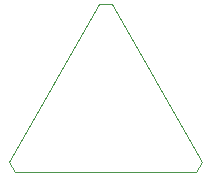
<source format=gbr>
%TF.GenerationSoftware,KiCad,Pcbnew,8.0.8*%
%TF.CreationDate,2025-03-20T14:22:37+09:00*%
%TF.ProjectId,triangle_led5,74726961-6e67-46c6-955f-6c6564352e6b,rev?*%
%TF.SameCoordinates,Original*%
%TF.FileFunction,Profile,NP*%
%FSLAX46Y46*%
G04 Gerber Fmt 4.6, Leading zero omitted, Abs format (unit mm)*
G04 Created by KiCad (PCBNEW 8.0.8) date 2025-03-20 14:22:37*
%MOMM*%
%LPD*%
G01*
G04 APERTURE LIST*
%TA.AperFunction,Profile*%
%ADD10C,0.100000*%
%TD*%
%TA.AperFunction,Profile*%
%ADD11C,0.010050*%
%TD*%
G04 APERTURE END LIST*
D10*
X142487499Y-91827348D02*
X134799999Y-105142489D01*
X151199999Y-105142488D02*
X143512499Y-91827348D01*
X142487499Y-91827348D02*
X143512499Y-91827348D01*
D11*
X134505025Y-105907477D02*
G75*
G02*
X134494975Y-105907477I-5025J0D01*
G01*
X134494975Y-105907477D02*
G75*
G02*
X134505025Y-105907477I5025J0D01*
G01*
D10*
X135312498Y-106030164D02*
X150687499Y-106030165D01*
X134799999Y-105142489D02*
X135312498Y-106030164D01*
X151199999Y-105142488D02*
X150687499Y-106030165D01*
M02*

</source>
